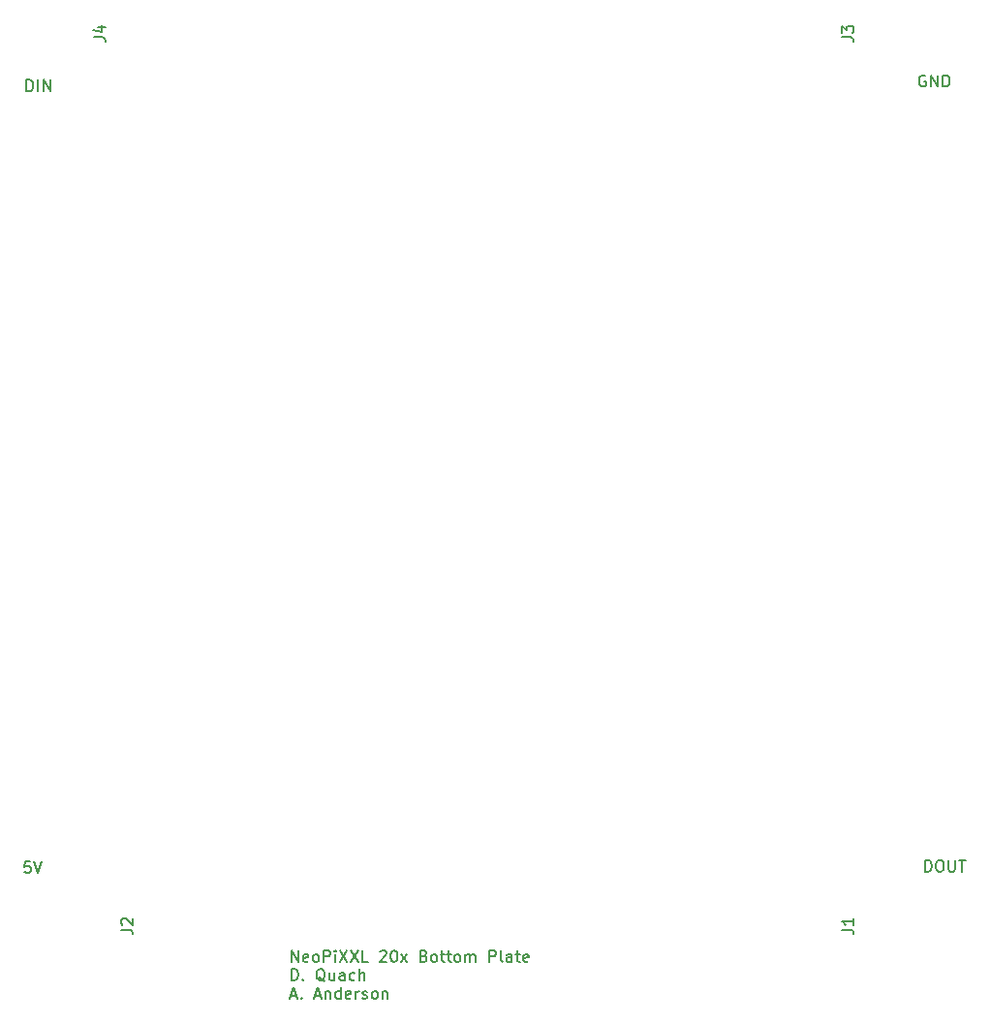
<source format=gbr>
%TF.GenerationSoftware,KiCad,Pcbnew,(6.0.0)*%
%TF.CreationDate,2022-06-20T09:58:44+02:00*%
%TF.ProjectId,bottom_plate_pcb,626f7474-6f6d-45f7-906c-6174655f7063,rev?*%
%TF.SameCoordinates,Original*%
%TF.FileFunction,Legend,Top*%
%TF.FilePolarity,Positive*%
%FSLAX46Y46*%
G04 Gerber Fmt 4.6, Leading zero omitted, Abs format (unit mm)*
G04 Created by KiCad (PCBNEW (6.0.0)) date 2022-06-20 09:58:44*
%MOMM*%
%LPD*%
G01*
G04 APERTURE LIST*
%ADD10C,0.150000*%
G04 APERTURE END LIST*
D10*
X112335595Y-141142380D02*
X112335595Y-140142380D01*
X112907023Y-141142380D01*
X112907023Y-140142380D01*
X113764166Y-141094761D02*
X113668928Y-141142380D01*
X113478452Y-141142380D01*
X113383214Y-141094761D01*
X113335595Y-140999523D01*
X113335595Y-140618571D01*
X113383214Y-140523333D01*
X113478452Y-140475714D01*
X113668928Y-140475714D01*
X113764166Y-140523333D01*
X113811785Y-140618571D01*
X113811785Y-140713809D01*
X113335595Y-140809047D01*
X114383214Y-141142380D02*
X114287976Y-141094761D01*
X114240357Y-141047142D01*
X114192738Y-140951904D01*
X114192738Y-140666190D01*
X114240357Y-140570952D01*
X114287976Y-140523333D01*
X114383214Y-140475714D01*
X114526071Y-140475714D01*
X114621309Y-140523333D01*
X114668928Y-140570952D01*
X114716547Y-140666190D01*
X114716547Y-140951904D01*
X114668928Y-141047142D01*
X114621309Y-141094761D01*
X114526071Y-141142380D01*
X114383214Y-141142380D01*
X115145119Y-141142380D02*
X115145119Y-140142380D01*
X115526071Y-140142380D01*
X115621309Y-140190000D01*
X115668928Y-140237619D01*
X115716547Y-140332857D01*
X115716547Y-140475714D01*
X115668928Y-140570952D01*
X115621309Y-140618571D01*
X115526071Y-140666190D01*
X115145119Y-140666190D01*
X116145119Y-141142380D02*
X116145119Y-140475714D01*
X116145119Y-140142380D02*
X116097500Y-140190000D01*
X116145119Y-140237619D01*
X116192738Y-140190000D01*
X116145119Y-140142380D01*
X116145119Y-140237619D01*
X116526071Y-140142380D02*
X117192738Y-141142380D01*
X117192738Y-140142380D02*
X116526071Y-141142380D01*
X117478452Y-140142380D02*
X118145119Y-141142380D01*
X118145119Y-140142380D02*
X117478452Y-141142380D01*
X119002261Y-141142380D02*
X118526071Y-141142380D01*
X118526071Y-140142380D01*
X120049880Y-140237619D02*
X120097500Y-140190000D01*
X120192738Y-140142380D01*
X120430833Y-140142380D01*
X120526071Y-140190000D01*
X120573690Y-140237619D01*
X120621309Y-140332857D01*
X120621309Y-140428095D01*
X120573690Y-140570952D01*
X120002261Y-141142380D01*
X120621309Y-141142380D01*
X121240357Y-140142380D02*
X121335595Y-140142380D01*
X121430833Y-140190000D01*
X121478452Y-140237619D01*
X121526071Y-140332857D01*
X121573690Y-140523333D01*
X121573690Y-140761428D01*
X121526071Y-140951904D01*
X121478452Y-141047142D01*
X121430833Y-141094761D01*
X121335595Y-141142380D01*
X121240357Y-141142380D01*
X121145119Y-141094761D01*
X121097500Y-141047142D01*
X121049880Y-140951904D01*
X121002261Y-140761428D01*
X121002261Y-140523333D01*
X121049880Y-140332857D01*
X121097500Y-140237619D01*
X121145119Y-140190000D01*
X121240357Y-140142380D01*
X121907023Y-141142380D02*
X122430833Y-140475714D01*
X121907023Y-140475714D02*
X122430833Y-141142380D01*
X123907023Y-140618571D02*
X124049880Y-140666190D01*
X124097500Y-140713809D01*
X124145119Y-140809047D01*
X124145119Y-140951904D01*
X124097500Y-141047142D01*
X124049880Y-141094761D01*
X123954642Y-141142380D01*
X123573690Y-141142380D01*
X123573690Y-140142380D01*
X123907023Y-140142380D01*
X124002261Y-140190000D01*
X124049880Y-140237619D01*
X124097500Y-140332857D01*
X124097500Y-140428095D01*
X124049880Y-140523333D01*
X124002261Y-140570952D01*
X123907023Y-140618571D01*
X123573690Y-140618571D01*
X124716547Y-141142380D02*
X124621309Y-141094761D01*
X124573690Y-141047142D01*
X124526071Y-140951904D01*
X124526071Y-140666190D01*
X124573690Y-140570952D01*
X124621309Y-140523333D01*
X124716547Y-140475714D01*
X124859404Y-140475714D01*
X124954642Y-140523333D01*
X125002261Y-140570952D01*
X125049880Y-140666190D01*
X125049880Y-140951904D01*
X125002261Y-141047142D01*
X124954642Y-141094761D01*
X124859404Y-141142380D01*
X124716547Y-141142380D01*
X125335595Y-140475714D02*
X125716547Y-140475714D01*
X125478452Y-140142380D02*
X125478452Y-140999523D01*
X125526071Y-141094761D01*
X125621309Y-141142380D01*
X125716547Y-141142380D01*
X125907023Y-140475714D02*
X126287976Y-140475714D01*
X126049880Y-140142380D02*
X126049880Y-140999523D01*
X126097500Y-141094761D01*
X126192738Y-141142380D01*
X126287976Y-141142380D01*
X126764166Y-141142380D02*
X126668928Y-141094761D01*
X126621309Y-141047142D01*
X126573690Y-140951904D01*
X126573690Y-140666190D01*
X126621309Y-140570952D01*
X126668928Y-140523333D01*
X126764166Y-140475714D01*
X126907023Y-140475714D01*
X127002261Y-140523333D01*
X127049880Y-140570952D01*
X127097500Y-140666190D01*
X127097500Y-140951904D01*
X127049880Y-141047142D01*
X127002261Y-141094761D01*
X126907023Y-141142380D01*
X126764166Y-141142380D01*
X127526071Y-141142380D02*
X127526071Y-140475714D01*
X127526071Y-140570952D02*
X127573690Y-140523333D01*
X127668928Y-140475714D01*
X127811785Y-140475714D01*
X127907023Y-140523333D01*
X127954642Y-140618571D01*
X127954642Y-141142380D01*
X127954642Y-140618571D02*
X128002261Y-140523333D01*
X128097500Y-140475714D01*
X128240357Y-140475714D01*
X128335595Y-140523333D01*
X128383214Y-140618571D01*
X128383214Y-141142380D01*
X129621309Y-141142380D02*
X129621309Y-140142380D01*
X130002261Y-140142380D01*
X130097500Y-140190000D01*
X130145119Y-140237619D01*
X130192738Y-140332857D01*
X130192738Y-140475714D01*
X130145119Y-140570952D01*
X130097500Y-140618571D01*
X130002261Y-140666190D01*
X129621309Y-140666190D01*
X130764166Y-141142380D02*
X130668928Y-141094761D01*
X130621309Y-140999523D01*
X130621309Y-140142380D01*
X131573690Y-141142380D02*
X131573690Y-140618571D01*
X131526071Y-140523333D01*
X131430833Y-140475714D01*
X131240357Y-140475714D01*
X131145119Y-140523333D01*
X131573690Y-141094761D02*
X131478452Y-141142380D01*
X131240357Y-141142380D01*
X131145119Y-141094761D01*
X131097500Y-140999523D01*
X131097500Y-140904285D01*
X131145119Y-140809047D01*
X131240357Y-140761428D01*
X131478452Y-140761428D01*
X131573690Y-140713809D01*
X131907023Y-140475714D02*
X132287976Y-140475714D01*
X132049880Y-140142380D02*
X132049880Y-140999523D01*
X132097500Y-141094761D01*
X132192738Y-141142380D01*
X132287976Y-141142380D01*
X133002261Y-141094761D02*
X132907023Y-141142380D01*
X132716547Y-141142380D01*
X132621309Y-141094761D01*
X132573690Y-140999523D01*
X132573690Y-140618571D01*
X132621309Y-140523333D01*
X132716547Y-140475714D01*
X132907023Y-140475714D01*
X133002261Y-140523333D01*
X133049880Y-140618571D01*
X133049880Y-140713809D01*
X132573690Y-140809047D01*
X112335595Y-142752380D02*
X112335595Y-141752380D01*
X112573690Y-141752380D01*
X112716547Y-141800000D01*
X112811785Y-141895238D01*
X112859404Y-141990476D01*
X112907023Y-142180952D01*
X112907023Y-142323809D01*
X112859404Y-142514285D01*
X112811785Y-142609523D01*
X112716547Y-142704761D01*
X112573690Y-142752380D01*
X112335595Y-142752380D01*
X113335595Y-142657142D02*
X113383214Y-142704761D01*
X113335595Y-142752380D01*
X113287976Y-142704761D01*
X113335595Y-142657142D01*
X113335595Y-142752380D01*
X115240357Y-142847619D02*
X115145119Y-142800000D01*
X115049880Y-142704761D01*
X114907023Y-142561904D01*
X114811785Y-142514285D01*
X114716547Y-142514285D01*
X114764166Y-142752380D02*
X114668928Y-142704761D01*
X114573690Y-142609523D01*
X114526071Y-142419047D01*
X114526071Y-142085714D01*
X114573690Y-141895238D01*
X114668928Y-141800000D01*
X114764166Y-141752380D01*
X114954642Y-141752380D01*
X115049880Y-141800000D01*
X115145119Y-141895238D01*
X115192738Y-142085714D01*
X115192738Y-142419047D01*
X115145119Y-142609523D01*
X115049880Y-142704761D01*
X114954642Y-142752380D01*
X114764166Y-142752380D01*
X116049880Y-142085714D02*
X116049880Y-142752380D01*
X115621309Y-142085714D02*
X115621309Y-142609523D01*
X115668928Y-142704761D01*
X115764166Y-142752380D01*
X115907023Y-142752380D01*
X116002261Y-142704761D01*
X116049880Y-142657142D01*
X116954642Y-142752380D02*
X116954642Y-142228571D01*
X116907023Y-142133333D01*
X116811785Y-142085714D01*
X116621309Y-142085714D01*
X116526071Y-142133333D01*
X116954642Y-142704761D02*
X116859404Y-142752380D01*
X116621309Y-142752380D01*
X116526071Y-142704761D01*
X116478452Y-142609523D01*
X116478452Y-142514285D01*
X116526071Y-142419047D01*
X116621309Y-142371428D01*
X116859404Y-142371428D01*
X116954642Y-142323809D01*
X117859404Y-142704761D02*
X117764166Y-142752380D01*
X117573690Y-142752380D01*
X117478452Y-142704761D01*
X117430833Y-142657142D01*
X117383214Y-142561904D01*
X117383214Y-142276190D01*
X117430833Y-142180952D01*
X117478452Y-142133333D01*
X117573690Y-142085714D01*
X117764166Y-142085714D01*
X117859404Y-142133333D01*
X118287976Y-142752380D02*
X118287976Y-141752380D01*
X118716547Y-142752380D02*
X118716547Y-142228571D01*
X118668928Y-142133333D01*
X118573690Y-142085714D01*
X118430833Y-142085714D01*
X118335595Y-142133333D01*
X118287976Y-142180952D01*
X112287976Y-144076666D02*
X112764166Y-144076666D01*
X112192738Y-144362380D02*
X112526071Y-143362380D01*
X112859404Y-144362380D01*
X113192738Y-144267142D02*
X113240357Y-144314761D01*
X113192738Y-144362380D01*
X113145119Y-144314761D01*
X113192738Y-144267142D01*
X113192738Y-144362380D01*
X114383214Y-144076666D02*
X114859404Y-144076666D01*
X114287976Y-144362380D02*
X114621309Y-143362380D01*
X114954642Y-144362380D01*
X115287976Y-143695714D02*
X115287976Y-144362380D01*
X115287976Y-143790952D02*
X115335595Y-143743333D01*
X115430833Y-143695714D01*
X115573690Y-143695714D01*
X115668928Y-143743333D01*
X115716547Y-143838571D01*
X115716547Y-144362380D01*
X116621309Y-144362380D02*
X116621309Y-143362380D01*
X116621309Y-144314761D02*
X116526071Y-144362380D01*
X116335595Y-144362380D01*
X116240357Y-144314761D01*
X116192738Y-144267142D01*
X116145119Y-144171904D01*
X116145119Y-143886190D01*
X116192738Y-143790952D01*
X116240357Y-143743333D01*
X116335595Y-143695714D01*
X116526071Y-143695714D01*
X116621309Y-143743333D01*
X117478452Y-144314761D02*
X117383214Y-144362380D01*
X117192738Y-144362380D01*
X117097500Y-144314761D01*
X117049880Y-144219523D01*
X117049880Y-143838571D01*
X117097500Y-143743333D01*
X117192738Y-143695714D01*
X117383214Y-143695714D01*
X117478452Y-143743333D01*
X117526071Y-143838571D01*
X117526071Y-143933809D01*
X117049880Y-144029047D01*
X117954642Y-144362380D02*
X117954642Y-143695714D01*
X117954642Y-143886190D02*
X118002261Y-143790952D01*
X118049880Y-143743333D01*
X118145119Y-143695714D01*
X118240357Y-143695714D01*
X118526071Y-144314761D02*
X118621309Y-144362380D01*
X118811785Y-144362380D01*
X118907023Y-144314761D01*
X118954642Y-144219523D01*
X118954642Y-144171904D01*
X118907023Y-144076666D01*
X118811785Y-144029047D01*
X118668928Y-144029047D01*
X118573690Y-143981428D01*
X118526071Y-143886190D01*
X118526071Y-143838571D01*
X118573690Y-143743333D01*
X118668928Y-143695714D01*
X118811785Y-143695714D01*
X118907023Y-143743333D01*
X119526071Y-144362380D02*
X119430833Y-144314761D01*
X119383214Y-144267142D01*
X119335595Y-144171904D01*
X119335595Y-143886190D01*
X119383214Y-143790952D01*
X119430833Y-143743333D01*
X119526071Y-143695714D01*
X119668928Y-143695714D01*
X119764166Y-143743333D01*
X119811785Y-143790952D01*
X119859404Y-143886190D01*
X119859404Y-144171904D01*
X119811785Y-144267142D01*
X119764166Y-144314761D01*
X119668928Y-144362380D01*
X119526071Y-144362380D01*
X120287976Y-143695714D02*
X120287976Y-144362380D01*
X120287976Y-143790952D02*
X120335595Y-143743333D01*
X120430833Y-143695714D01*
X120573690Y-143695714D01*
X120668928Y-143743333D01*
X120716547Y-143838571D01*
X120716547Y-144362380D01*
X167709523Y-133252380D02*
X167709523Y-132252380D01*
X167947619Y-132252380D01*
X168090476Y-132300000D01*
X168185714Y-132395238D01*
X168233333Y-132490476D01*
X168280952Y-132680952D01*
X168280952Y-132823809D01*
X168233333Y-133014285D01*
X168185714Y-133109523D01*
X168090476Y-133204761D01*
X167947619Y-133252380D01*
X167709523Y-133252380D01*
X168900000Y-132252380D02*
X169090476Y-132252380D01*
X169185714Y-132300000D01*
X169280952Y-132395238D01*
X169328571Y-132585714D01*
X169328571Y-132919047D01*
X169280952Y-133109523D01*
X169185714Y-133204761D01*
X169090476Y-133252380D01*
X168900000Y-133252380D01*
X168804761Y-133204761D01*
X168709523Y-133109523D01*
X168661904Y-132919047D01*
X168661904Y-132585714D01*
X168709523Y-132395238D01*
X168804761Y-132300000D01*
X168900000Y-132252380D01*
X169757142Y-132252380D02*
X169757142Y-133061904D01*
X169804761Y-133157142D01*
X169852380Y-133204761D01*
X169947619Y-133252380D01*
X170138095Y-133252380D01*
X170233333Y-133204761D01*
X170280952Y-133157142D01*
X170328571Y-133061904D01*
X170328571Y-132252380D01*
X170661904Y-132252380D02*
X171233333Y-132252380D01*
X170947619Y-133252380D02*
X170947619Y-132252380D01*
X89509523Y-132352380D02*
X89033333Y-132352380D01*
X88985714Y-132828571D01*
X89033333Y-132780952D01*
X89128571Y-132733333D01*
X89366666Y-132733333D01*
X89461904Y-132780952D01*
X89509523Y-132828571D01*
X89557142Y-132923809D01*
X89557142Y-133161904D01*
X89509523Y-133257142D01*
X89461904Y-133304761D01*
X89366666Y-133352380D01*
X89128571Y-133352380D01*
X89033333Y-133304761D01*
X88985714Y-133257142D01*
X89842857Y-132352380D02*
X90176190Y-133352380D01*
X90509523Y-132352380D01*
X167738095Y-63700000D02*
X167642857Y-63652380D01*
X167500000Y-63652380D01*
X167357142Y-63700000D01*
X167261904Y-63795238D01*
X167214285Y-63890476D01*
X167166666Y-64080952D01*
X167166666Y-64223809D01*
X167214285Y-64414285D01*
X167261904Y-64509523D01*
X167357142Y-64604761D01*
X167500000Y-64652380D01*
X167595238Y-64652380D01*
X167738095Y-64604761D01*
X167785714Y-64557142D01*
X167785714Y-64223809D01*
X167595238Y-64223809D01*
X168214285Y-64652380D02*
X168214285Y-63652380D01*
X168785714Y-64652380D01*
X168785714Y-63652380D01*
X169261904Y-64652380D02*
X169261904Y-63652380D01*
X169500000Y-63652380D01*
X169642857Y-63700000D01*
X169738095Y-63795238D01*
X169785714Y-63890476D01*
X169833333Y-64080952D01*
X169833333Y-64223809D01*
X169785714Y-64414285D01*
X169738095Y-64509523D01*
X169642857Y-64604761D01*
X169500000Y-64652380D01*
X169261904Y-64652380D01*
X89176190Y-65052380D02*
X89176190Y-64052380D01*
X89414285Y-64052380D01*
X89557142Y-64100000D01*
X89652380Y-64195238D01*
X89700000Y-64290476D01*
X89747619Y-64480952D01*
X89747619Y-64623809D01*
X89700000Y-64814285D01*
X89652380Y-64909523D01*
X89557142Y-65004761D01*
X89414285Y-65052380D01*
X89176190Y-65052380D01*
X90176190Y-65052380D02*
X90176190Y-64052380D01*
X90652380Y-65052380D02*
X90652380Y-64052380D01*
X91223809Y-65052380D01*
X91223809Y-64052380D01*
%TO.C,J4*%
X95052380Y-60333333D02*
X95766666Y-60333333D01*
X95909523Y-60380952D01*
X96004761Y-60476190D01*
X96052380Y-60619047D01*
X96052380Y-60714285D01*
X95385714Y-59428571D02*
X96052380Y-59428571D01*
X95004761Y-59666666D02*
X95719047Y-59904761D01*
X95719047Y-59285714D01*
%TO.C,J3*%
X160452380Y-60333333D02*
X161166666Y-60333333D01*
X161309523Y-60380952D01*
X161404761Y-60476190D01*
X161452380Y-60619047D01*
X161452380Y-60714285D01*
X160452380Y-59952380D02*
X160452380Y-59333333D01*
X160833333Y-59666666D01*
X160833333Y-59523809D01*
X160880952Y-59428571D01*
X160928571Y-59380952D01*
X161023809Y-59333333D01*
X161261904Y-59333333D01*
X161357142Y-59380952D01*
X161404761Y-59428571D01*
X161452380Y-59523809D01*
X161452380Y-59809523D01*
X161404761Y-59904761D01*
X161357142Y-59952380D01*
%TO.C,J2*%
X97452380Y-138333333D02*
X98166666Y-138333333D01*
X98309523Y-138380952D01*
X98404761Y-138476190D01*
X98452380Y-138619047D01*
X98452380Y-138714285D01*
X97547619Y-137904761D02*
X97500000Y-137857142D01*
X97452380Y-137761904D01*
X97452380Y-137523809D01*
X97500000Y-137428571D01*
X97547619Y-137380952D01*
X97642857Y-137333333D01*
X97738095Y-137333333D01*
X97880952Y-137380952D01*
X98452380Y-137952380D01*
X98452380Y-137333333D01*
%TO.C,J1*%
X160452380Y-138333333D02*
X161166666Y-138333333D01*
X161309523Y-138380952D01*
X161404761Y-138476190D01*
X161452380Y-138619047D01*
X161452380Y-138714285D01*
X161452380Y-137333333D02*
X161452380Y-137904761D01*
X161452380Y-137619047D02*
X160452380Y-137619047D01*
X160595238Y-137714285D01*
X160690476Y-137809523D01*
X160738095Y-137904761D01*
%TD*%
M02*

</source>
